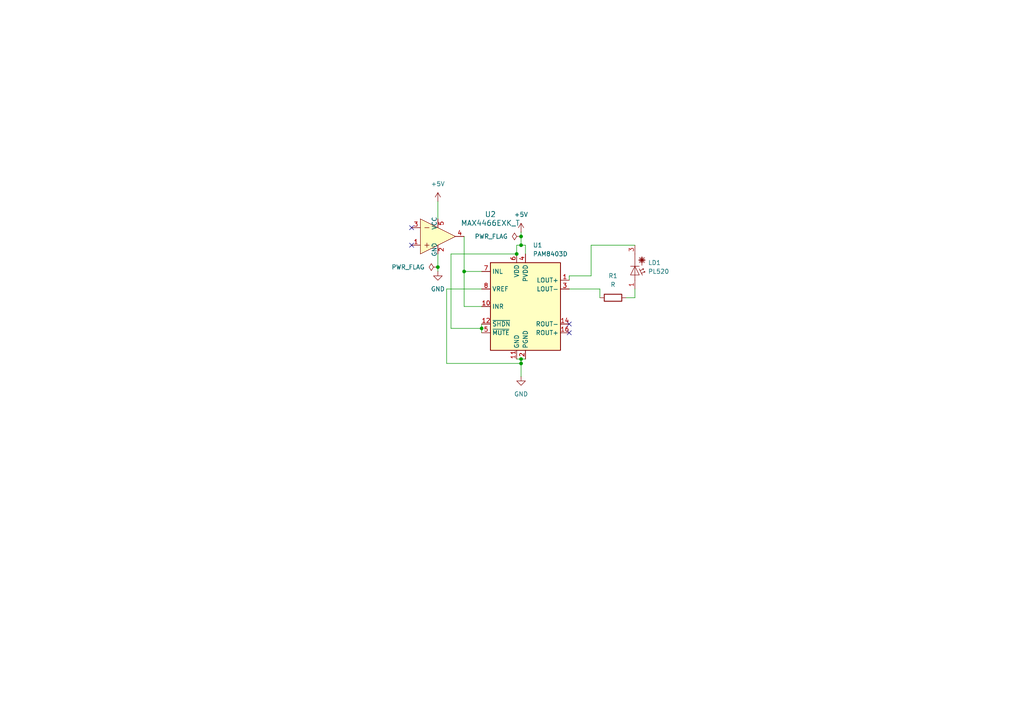
<source format=kicad_sch>
(kicad_sch (version 20250114) (generator "eeschema") (generator_version "9.0")
  (paper "A4")
  (lib_symbols
    (symbol "Amplifier_Audio:PAM8403D"
      (property "Reference" "U" (at 1.27 16.51 0))
      (property "Value" "PAM8403D" (at 6.096 14.224 0))
      (symbol "PAM8403D_0_1"
        (rectangle (start -10.16 12.7) (end 10.16 -12.7) (stroke (width 0.254)) (fill (type background)))
      )
      (symbol "PAM8403D_1_1"
        (pin input line (at -12.7 10.16 0) (length 2.54) (name "INL") (number "7"))
        (pin input line (at -12.7 5.08 0) (length 2.54) (name "VREF") (number "8"))
        (pin input line (at -12.7 0 0) (length 2.54) (name "INR") (number "10"))
        (pin input line (at -12.7 -5.08 0) (length 2.54) (name "~{SHDN}") (number "12"))
        (pin input line (at -12.7 -7.62 0) (length 2.54) (name "~{MUTE}") (number "5"))
        (pin power_in line (at -2.54 15.24 270) (length 2.54) (name "VDD") (number "6"))
        (pin power_in line (at -2.54 -15.24 90) (length 2.54) (name "GND") (number "11"))
        (pin passive line (at 0 15.24 270) (length 2.54) (hide yes) (name "PVDD") (number "13"))
        (pin power_in line (at 0 15.24 270) (length 2.54) (name "PVDD") (number "4"))
        (pin passive line (at 0 -15.24 90) (length 2.54) (hide yes) (name "PGND") (number "15"))
        (pin power_in line (at 0 -15.24 90) (length 2.54) (name "PGND") (number "2"))
        (pin no_connect line (at 10.16 -10.16 180) (length 2.54) (hide yes) (name "NC") (number "9"))
        (pin output line (at 12.7 7.62 180) (length 2.54) (name "LOUT+") (number "1"))
        (pin output line (at 12.7 5.08 180) (length 2.54) (name "LOUT-") (number "3"))
        (pin output line (at 12.7 -5.08 180) (length 2.54) (name "ROUT-") (number "14"))
        (pin output line (at 12.7 -7.62 180) (length 2.54) (name "ROUT+") (number "16"))
      )
    )
    (symbol "Device:R" (pin_numbers (hide yes)) (pin_names (offset 0))
      (property "Reference" "R" (at 2.032 0 90))
      (property "Value" "R" (at 0 0 90))
      (symbol "R_0_1"
        (rectangle (start -1.016 -2.54) (end 1.016 2.54) (stroke (width 0.254)))
      )
      (symbol "R_1_1"
        (pin passive line (at 0 3.81 270) (length 1.27) (name "~") (number "1"))
        (pin passive line (at 0 -3.81 90) (length 1.27) (name "~") (number "2"))
      )
    )
    (symbol "Diode_Laser:PL520" (pin_names (offset 1.016) (hide yes))
      (property "Reference" "LD" (at -1.27 4.445 0))
      (property "Value" "PL520" (at -1.27 -2.54 0))
      (symbol "PL520_0_1"
        (polyline (pts (xy -4.064 2.794) (xy -2.54 1.27)))
        (polyline (pts (xy -4.064 2.286) (xy -2.54 1.778)))
        (polyline (pts (xy -4.064 1.778) (xy -2.54 2.286)))
        (polyline (pts (xy -4.064 1.27) (xy -2.54 2.794)))
        (polyline (pts (xy -3.556 2.794) (xy -3.048 1.27)))
        (polyline (pts (xy -3.302 2.032) (xy -3.302 3.048)))
        (polyline (pts (xy -3.302 2.032) (xy -3.302 1.016)))
        (polyline (pts (xy -3.048 2.794) (xy -3.556 1.27)))
        (polyline (pts (xy -1.778 2.032) (xy -4.318 2.032)))
        (polyline (pts (xy -1.524 1.27) (xy -1.524 -1.27)) (stroke (width 0.1524)))
        (polyline (pts (xy -0.254 1.524) (xy -0.762 2.54) (xy -0.4717 2.4339) (xy -0.762 2.54) (xy -0.8485 2.2301)))
        (polyline (pts (xy 0.5442 1.9119) (xy 0.0362 2.9279) (xy 0.3265 2.8218) (xy 0.0362 2.9279) (xy -0.0503 2.618)))
        (polyline (pts (xy 2.54 0) (xy -5.08 0)))
      )
      (symbol "PL520_1_1"
        (polyline (pts (xy 1.016 -1.27) (xy 1.016 1.27) (xy -1.524 0) (xy 1.016 -1.27)))
        (polyline (pts (xy 1.0782 2.1762) (xy -0.762 1.27) (xy -0.762 1.27)))
        (pin passive line (at -7.62 0 0) (length 2.54) (name "C") (number "3"))
        (pin no_connect line (at -1.27 0 0) (length 2.54) (hide yes) (name "NC") (number "2"))
        (pin passive line (at 5.08 0 180) (length 2.54) (name "A") (number "1"))
      )
    )
    (symbol "dk_Linear-Amplifiers-Audio:MAX4466EXK_T" (pin_names (offset 0))
      (property "Reference" "U" (at -5.08 7.62 0))
      (property "Value" "MAX4466EXK_T" (at 2.54 -5.08 0))
      (symbol "MAX4466EXK_T_0_1"
        (polyline (pts (xy -5.08 5.08) (xy -5.08 -5.08) (xy 5.08 0) (xy -5.08 5.08)) (fill (type background)))
        (polyline (pts (xy -3.81 2.54) (xy -2.54 2.54)))
        (polyline (pts (xy -3.81 -2.54) (xy -2.54 -2.54)))
        (polyline (pts (xy -3.175 -1.905) (xy -3.175 -3.175)))
      )
      (symbol "MAX4466EXK_T_1_1"
        (pin input line (at -7.62 2.54 0) (length 2.54) (name "~") (number "3"))
        (pin input line (at -7.62 -2.54 0) (length 2.54) (name "~") (number "1"))
        (pin power_in line (at 0 5.08 270) (length 2.54) (name "VCC") (number "5"))
        (pin power_in line (at 0 -5.08 90) (length 2.54) (name "GND") (number "2"))
        (pin output line (at 7.62 0 180) (length 2.54) (name "~") (number "4"))
      )
    )
    (symbol "power:+5V" (power) (pin_numbers (hide yes)) (pin_names (offset 0) (hide yes))
      (property "Value" "+5V" (at 0 3.556 0))
      (symbol "+5V_0_1"
        (polyline (pts (xy -0.762 1.27) (xy 0 2.54)))
        (polyline (pts (xy 0 2.54) (xy 0.762 1.27)))
        (polyline (pts (xy 0 0) (xy 0 2.54)))
      )
      (symbol "+5V_1_1"
        (pin power_in line (at 0 0 90) (length 0) (name "~") (number "1"))
      )
    )
    (symbol "power:GND" (power) (pin_numbers (hide yes)) (pin_names (offset 0) (hide yes))
      (property "Value" "GND" (at 0 -3.81 0))
      (symbol "GND_0_1"
        (polyline (pts (xy 0 0) (xy 0 -1.27) (xy 1.27 -1.27) (xy 0 -2.54) (xy -1.27 -1.27) (xy 0 -1.27)))
      )
      (symbol "GND_1_1"
        (pin power_in line (at 0 0 270) (length 0) (name "~") (number "1"))
      )
    )
    (symbol "power:PWR_FLAG" (power) (pin_numbers (hide yes)) (pin_names (offset 0) (hide yes))
      (property "Value" "PWR_FLAG" (at 0 3.81 0))
      (symbol "PWR_FLAG_0_0"
        (pin power_out line (at 0 0 90) (length 0) (name "~") (number "1"))
      )
      (symbol "PWR_FLAG_0_1"
        (polyline (pts (xy 0 0) (xy 0 1.27) (xy -1.016 1.905) (xy 0 2.54) (xy 1.016 1.905) (xy 0 1.27)))
      )
    )
  )
  (junction (at 151.13 105.41))
  (junction (at 139.7 95.25))
  (junction (at 151.13 104.14))
  (junction (at 134.62 78.74))
  (junction (at 127 77.47))
  (junction (at 151.13 68.58))
  (junction (at 149.86 73.66))
  (junction (at 151.13 71.12))
  (no_connect (at 119.38 66.04))
  (no_connect (at 119.38 71.12))
  (no_connect (at 165.1 93.98))
  (no_connect (at 165.1 96.52))
  (wire (pts (xy 184.15 86.36) (xy 184.15 83.82)))
  (wire (pts (xy 130.81 95.25) (xy 130.81 73.66)))
  (wire (pts (xy 134.62 68.58) (xy 134.62 78.74)))
  (wire (pts (xy 151.13 71.12) (xy 152.4 71.12)))
  (wire (pts (xy 165.1 80.01) (xy 171.45 80.01)))
  (wire (pts (xy 139.7 93.98) (xy 139.7 95.25)))
  (wire (pts (xy 151.13 104.14) (xy 151.13 105.41)))
  (wire (pts (xy 151.13 104.14) (xy 152.4 104.14)))
  (wire (pts (xy 139.7 95.25) (xy 130.81 95.25)))
  (wire (pts (xy 165.1 83.82) (xy 173.99 83.82)))
  (wire (pts (xy 151.13 105.41) (xy 151.13 109.22)))
  (wire (pts (xy 129.54 105.41) (xy 151.13 105.41)))
  (wire (pts (xy 171.45 80.01) (xy 171.45 71.12)))
  (wire (pts (xy 129.54 83.82) (xy 129.54 105.41)))
  (wire (pts (xy 149.86 104.14) (xy 151.13 104.14)))
  (wire (pts (xy 173.99 83.82) (xy 173.99 86.36)))
  (wire (pts (xy 139.7 83.82) (xy 129.54 83.82)))
  (wire (pts (xy 149.86 73.66) (xy 149.86 71.12)))
  (wire (pts (xy 134.62 78.74) (xy 134.62 88.9)))
  (wire (pts (xy 165.1 80.01) (xy 165.1 81.28)))
  (wire (pts (xy 151.13 68.58) (xy 151.13 71.12)))
  (wire (pts (xy 152.4 71.12) (xy 152.4 73.66)))
  (wire (pts (xy 130.81 73.66) (xy 149.86 73.66)))
  (wire (pts (xy 171.45 71.12) (xy 184.15 71.12)))
  (wire (pts (xy 127 58.42) (xy 127 63.5)))
  (wire (pts (xy 151.13 67.31) (xy 151.13 68.58)))
  (wire (pts (xy 181.61 86.36) (xy 184.15 86.36)))
  (wire (pts (xy 127 73.66) (xy 127 77.47)))
  (wire (pts (xy 134.62 88.9) (xy 139.7 88.9)))
  (wire (pts (xy 149.86 71.12) (xy 151.13 71.12)))
  (wire (pts (xy 139.7 95.25) (xy 139.7 96.52)))
  (wire (pts (xy 134.62 78.74) (xy 139.7 78.74)))
  (wire (pts (xy 127 77.47) (xy 127 78.74)))
  (symbol (lib_id "dk_Linear-Amplifiers-Audio:MAX4466EXK_T") (at 127 68.58 0) (unit 1)
    (property "Reference" "U2" (at 142.24 62.1598 0) (effects (font (size 1.524 1.524))))
    (property "Value" "MAX4466EXK_T" (at 142.24 64.6998 0) (effects (font (size 1.524 1.524))))
    (property "Footprint" "digikey-footprints:SOT-353" (effects (hide yes)))
    (property "Datasheet" "https://datasheets.maximintegrated.com/en/ds/MAX4465-MAX4469.pdf" (effects (hide yes)))
    (property "Description" "IC PREAMP AUDIO MONO AB SC70-5" (effects (hide yes)))
    (property "Digi-Key_PN" "MAX4466EXK+CT-ND" (effects (hide yes)))
    (property "MPN" "MAX4466EXK+T" (effects (hide yes)))
    (property "Category" "Integrated Circuits (ICs)" (effects (hide yes)))
    (property "Family" "Linear - Amplifiers - Audio" (effects (hide yes)))
    (property "DK_Datasheet_Link" "https://datasheets.maximintegrated.com/en/ds/MAX4465-MAX4469.pdf" (effects (hide yes)))
    (property "DK_Detail_Page" "/product-detail/en/maxim-integrated/MAX4466EXK-T/MAX4466EXK-CT-ND/5405773" (effects (hide yes)))
    (property "Description_1" "IC PREAMP AUDIO MONO AB SC70-5" (effects (hide yes)))
    (property "Manufacturer" "Maxim Integrated" (effects (hide yes)))
    (property "Status" "Active" (effects (hide yes)))
  )
  (symbol (lib_id "power:GND") (at 151.13 109.22 0) (unit 1)
    (property "Reference" "#PWR04" (effects (hide yes)))
    (property "Value" "GND" (at 151.13 114.3 0))
    (property "Description" "Power symbol creates a global label with name \"GND\" , ground" (effects (hide yes)))
  )
  (symbol (lib_id "power:+5V") (at 127 58.42 0) (unit 1)
    (property "Reference" "#PWR02" (effects (hide yes)))
    (property "Value" "+5V" (at 127 53.34 0))
    (property "Description" "Power symbol creates a global label with name \"+5V\"" (effects (hide yes)))
  )
  (symbol (lib_id "power:GND") (at 127 78.74 0) (unit 1)
    (property "Reference" "#PWR03" (effects (hide yes)))
    (property "Value" "GND" (at 127 83.82 0))
    (property "Description" "Power symbol creates a global label with name \"GND\" , ground" (effects (hide yes)))
  )
  (symbol (lib_id "Diode_Laser:PL520") (at 184.15 78.74 270) (unit 1)
    (property "Reference" "LD1" (at 187.96 76.1999 90) (effects (justify left)))
    (property "Value" "PL520" (at 187.96 78.7399 90) (effects (justify left)))
    (property "Footprint" "OptoDevice:LaserDiode_TO38ICut-3" (effects (hide yes)))
    (property "Datasheet" "http://www.osram-os.com/Graphics/XPic7/00234693_0.pdf/PL%20520.pdf" (effects (hide yes)))
    (property "Description" "Green Laser Diode (520nm), TO-38" (effects (hide yes)))
  )
  (symbol (lib_id "power:PWR_FLAG") (at 151.13 68.58 90) (unit 1)
    (property "Reference" "#FLG01" (effects (hide yes)))
    (property "Value" "PWR_FLAG" (at 147.32 68.5799 90) (effects (justify left)))
    (property "Description" "Special symbol for telling ERC where power comes from" (effects (hide yes)))
  )
  (symbol (lib_id "power:+5V") (at 151.13 67.31 0) (unit 1)
    (property "Reference" "#PWR01" (effects (hide yes)))
    (property "Value" "+5V" (at 151.13 62.23 0))
    (property "Description" "Power symbol creates a global label with name \"+5V\"" (effects (hide yes)))
  )
  (symbol (lib_id "Amplifier_Audio:PAM8403D") (at 152.4 88.9 0) (unit 1)
    (property "Reference" "U1" (at 154.5433 71.12 0) (effects (justify left)))
    (property "Value" "PAM8403D" (at 154.5433 73.66 0) (effects (justify left)))
    (property "Footprint" "Package_SO:SOIC-16_3.9x9.9mm_P1.27mm" (effects (hide yes)))
    (property "Datasheet" "https://www.diodes.com/assets/Datasheets/products_inactive_data/PAM8403.pdf" (effects (hide yes)))
    (property "Description" "3W Filterless Class-D Stereo Audio Amplifier, SOIC-16" (effects (hide yes)))
  )
  (symbol (lib_id "Device:R") (at 177.8 86.36 90) (unit 1)
    (property "Reference" "R1" (at 177.8 80.01 90))
    (property "Value" "R" (at 177.8 82.55 90))
    (property "Footprint" "Resistor_THT:R_Axial_DIN0204_L3.6mm_D1.6mm_P5.08mm_Vertical" (effects (hide yes)))
    (property "Description" "Resistor" (effects (hide yes)))
  )
  (symbol (lib_id "power:PWR_FLAG") (at 127 77.47 90) (unit 1)
    (property "Reference" "#FLG02" (effects (hide yes)))
    (property "Value" "PWR_FLAG" (at 123.19 77.4699 90) (effects (justify left)))
    (property "Description" "Special symbol for telling ERC where power comes from" (effects (hide yes)))
  )
)
</source>
